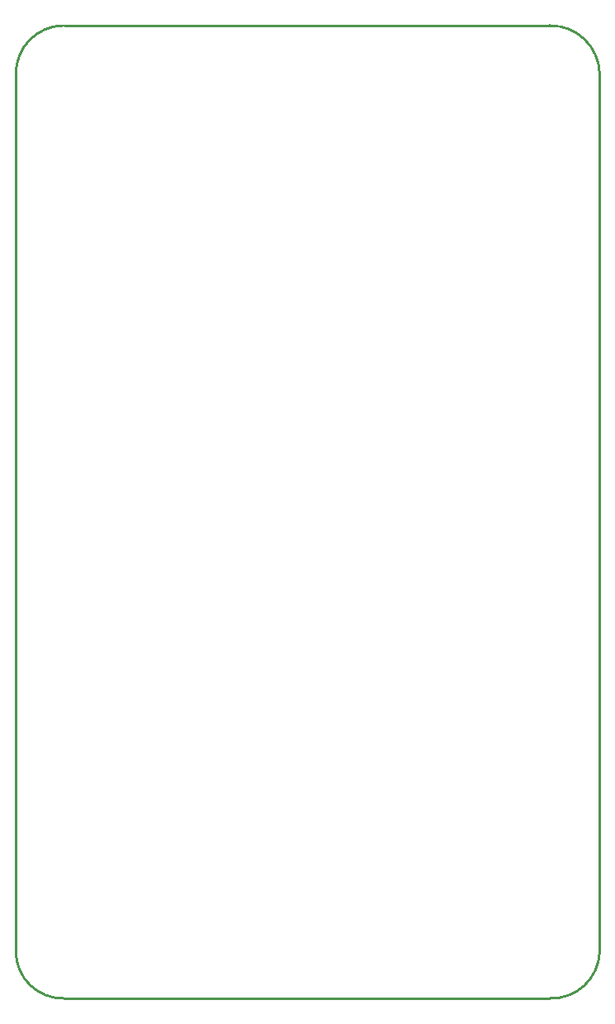
<source format=gbp>
G04*
G04 #@! TF.GenerationSoftware,Altium Limited,Altium Designer,22.6.1 (34)*
G04*
G04 Layer_Color=128*
%FSLAX25Y25*%
%MOIN*%
G70*
G04*
G04 #@! TF.SameCoordinates,B7B55DA8-A8C8-4B2F-A26B-231347B163EA*
G04*
G04*
G04 #@! TF.FilePolarity,Positive*
G04*
G01*
G75*
%ADD12C,0.01000*%
D12*
X19685Y393701D02*
G03*
X500Y374016I250J-19435D01*
G01*
X236221D02*
G03*
X216035Y393701I-19935J-250D01*
G01*
Y1000D02*
G03*
X236221Y19685I750J19435D01*
G01*
X500D02*
G03*
X19685Y1000I18935J250D01*
G01*
X236221Y19685D02*
Y374016D01*
X19685Y1000D02*
X19685D01*
X216035D01*
X20000Y393701D02*
X216035D01*
X500Y19685D02*
Y374016D01*
M02*

</source>
